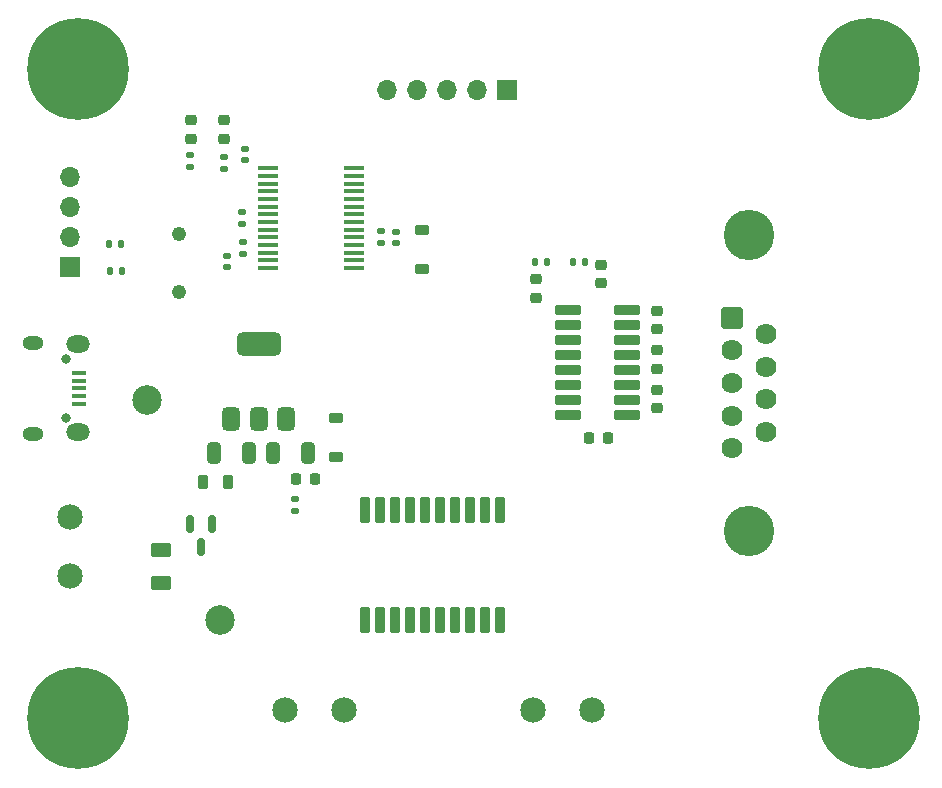
<source format=gbr>
%TF.GenerationSoftware,KiCad,Pcbnew,9.0.0*%
%TF.CreationDate,2025-05-02T19:21:32+02:00*%
%TF.ProjectId,PIC_GATE_LOCK_SYSTEM,5049435f-4741-4544-955f-4c4f434b5f53,rev?*%
%TF.SameCoordinates,Original*%
%TF.FileFunction,Soldermask,Top*%
%TF.FilePolarity,Negative*%
%FSLAX46Y46*%
G04 Gerber Fmt 4.6, Leading zero omitted, Abs format (unit mm)*
G04 Created by KiCad (PCBNEW 9.0.0) date 2025-05-02 19:21:32*
%MOMM*%
%LPD*%
G01*
G04 APERTURE LIST*
G04 Aperture macros list*
%AMRoundRect*
0 Rectangle with rounded corners*
0 $1 Rounding radius*
0 $2 $3 $4 $5 $6 $7 $8 $9 X,Y pos of 4 corners*
0 Add a 4 corners polygon primitive as box body*
4,1,4,$2,$3,$4,$5,$6,$7,$8,$9,$2,$3,0*
0 Add four circle primitives for the rounded corners*
1,1,$1+$1,$2,$3*
1,1,$1+$1,$4,$5*
1,1,$1+$1,$6,$7*
1,1,$1+$1,$8,$9*
0 Add four rect primitives between the rounded corners*
20,1,$1+$1,$2,$3,$4,$5,0*
20,1,$1+$1,$4,$5,$6,$7,0*
20,1,$1+$1,$6,$7,$8,$9,0*
20,1,$1+$1,$8,$9,$2,$3,0*%
G04 Aperture macros list end*
%ADD10RoundRect,0.201000X-0.201000X0.926000X-0.201000X-0.926000X0.201000X-0.926000X0.201000X0.926000X0*%
%ADD11RoundRect,0.225000X0.375000X-0.225000X0.375000X0.225000X-0.375000X0.225000X-0.375000X-0.225000X0*%
%ADD12R,1.700000X1.700000*%
%ADD13O,1.700000X1.700000*%
%ADD14RoundRect,0.218750X-0.256250X0.218750X-0.256250X-0.218750X0.256250X-0.218750X0.256250X0.218750X0*%
%ADD15RoundRect,0.250000X0.625000X-0.375000X0.625000X0.375000X-0.625000X0.375000X-0.625000X-0.375000X0*%
%ADD16RoundRect,0.135000X-0.135000X-0.185000X0.135000X-0.185000X0.135000X0.185000X-0.135000X0.185000X0*%
%ADD17C,2.154000*%
%ADD18RoundRect,0.135000X0.135000X0.185000X-0.135000X0.185000X-0.135000X-0.185000X0.135000X-0.185000X0*%
%ADD19RoundRect,0.140000X0.170000X-0.140000X0.170000X0.140000X-0.170000X0.140000X-0.170000X-0.140000X0*%
%ADD20RoundRect,0.102000X0.787500X-0.787500X0.787500X0.787500X-0.787500X0.787500X-0.787500X-0.787500X0*%
%ADD21C,1.779000*%
%ADD22C,4.270000*%
%ADD23C,0.900000*%
%ADD24C,8.600000*%
%ADD25RoundRect,0.135000X-0.185000X0.135000X-0.185000X-0.135000X0.185000X-0.135000X0.185000X0.135000X0*%
%ADD26RoundRect,0.250000X0.325000X0.650000X-0.325000X0.650000X-0.325000X-0.650000X0.325000X-0.650000X0*%
%ADD27RoundRect,0.140000X-0.170000X0.140000X-0.170000X-0.140000X0.170000X-0.140000X0.170000X0.140000X0*%
%ADD28RoundRect,0.250000X-0.325000X-0.650000X0.325000X-0.650000X0.325000X0.650000X-0.325000X0.650000X0*%
%ADD29RoundRect,0.218750X-0.218750X-0.381250X0.218750X-0.381250X0.218750X0.381250X-0.218750X0.381250X0*%
%ADD30RoundRect,0.150000X-0.150000X0.587500X-0.150000X-0.587500X0.150000X-0.587500X0.150000X0.587500X0*%
%ADD31R,1.655601X0.431800*%
%ADD32C,2.500000*%
%ADD33RoundRect,0.225000X0.250000X-0.225000X0.250000X0.225000X-0.250000X0.225000X-0.250000X-0.225000X0*%
%ADD34RoundRect,0.375000X0.375000X-0.625000X0.375000X0.625000X-0.375000X0.625000X-0.375000X-0.625000X0*%
%ADD35RoundRect,0.500000X1.400000X-0.500000X1.400000X0.500000X-1.400000X0.500000X-1.400000X-0.500000X0*%
%ADD36RoundRect,0.225000X-0.225000X-0.250000X0.225000X-0.250000X0.225000X0.250000X-0.225000X0.250000X0*%
%ADD37RoundRect,0.100500X0.986500X0.301500X-0.986500X0.301500X-0.986500X-0.301500X0.986500X-0.301500X0*%
%ADD38RoundRect,0.225000X-0.375000X0.225000X-0.375000X-0.225000X0.375000X-0.225000X0.375000X0.225000X0*%
%ADD39RoundRect,0.218750X-0.218750X-0.256250X0.218750X-0.256250X0.218750X0.256250X-0.218750X0.256250X0*%
%ADD40RoundRect,0.135000X0.185000X-0.135000X0.185000X0.135000X-0.185000X0.135000X-0.185000X-0.135000X0*%
%ADD41O,0.800000X0.800000*%
%ADD42R,1.300000X0.450000*%
%ADD43O,1.800000X1.150000*%
%ADD44O,2.000000X1.450000*%
%ADD45C,1.211000*%
G04 APERTURE END LIST*
D10*
%TO.C,U4*%
X140080000Y-121660000D03*
X138810000Y-121660000D03*
X137540000Y-121660000D03*
X136270000Y-121660000D03*
X135000000Y-121660000D03*
X133730000Y-121660000D03*
X132460000Y-121660000D03*
X131190000Y-121660000D03*
X129920000Y-121660000D03*
X128650000Y-121660000D03*
X128650000Y-112350000D03*
X129920000Y-112350000D03*
X131190000Y-112350000D03*
X132460000Y-112350000D03*
X133730000Y-112350000D03*
X135000000Y-112350000D03*
X136270000Y-112350000D03*
X137540000Y-112350000D03*
X138810000Y-112350000D03*
X140080000Y-112350000D03*
%TD*%
D11*
%TO.C,D1*%
X126160000Y-104580000D03*
X126160000Y-107880000D03*
%TD*%
D12*
%TO.C,J2*%
X140650000Y-76800000D03*
D13*
X138110000Y-76800000D03*
X135570000Y-76800000D03*
X133030000Y-76800000D03*
X130490000Y-76800000D03*
%TD*%
D14*
%TO.C,RXD*%
X143050000Y-92820000D03*
X143050000Y-94395000D03*
%TD*%
D15*
%TO.C,F1*%
X111345000Y-118487500D03*
X111345000Y-115687500D03*
%TD*%
D16*
%TO.C,R4*%
X106910000Y-89850000D03*
X107930000Y-89850000D03*
%TD*%
D17*
%TO.C,M2*%
X121850000Y-129250000D03*
X126850000Y-129250000D03*
%TD*%
D18*
%TO.C,R3*%
X147225000Y-91380000D03*
X146205000Y-91380000D03*
%TD*%
D19*
%TO.C,C7*%
X118415000Y-82705000D03*
X118415000Y-81745000D03*
%TD*%
D20*
%TO.C,J3*%
X159680000Y-96045000D03*
D21*
X159680000Y-98815000D03*
X159680000Y-101585000D03*
X159680000Y-104355000D03*
X159680000Y-107125000D03*
X162520000Y-97430000D03*
X162520000Y-100200000D03*
X162520000Y-102970000D03*
X162520000Y-105740000D03*
D22*
X161100000Y-114080000D03*
X161100000Y-89090000D03*
%TD*%
D17*
%TO.C,M1*%
X142850000Y-129250000D03*
X147850000Y-129250000D03*
%TD*%
D23*
%TO.C,H2*%
X101115419Y-75010419D03*
X102060000Y-72730000D03*
X102060000Y-77290838D03*
X104340419Y-71785419D03*
D24*
X104340419Y-75010419D03*
D23*
X104340419Y-78235419D03*
X106620838Y-72730000D03*
X106620838Y-77290838D03*
X107565419Y-75010419D03*
%TD*%
D25*
%TO.C,R8*%
X118275000Y-89645000D03*
X118275000Y-90665000D03*
%TD*%
D26*
%TO.C,C4*%
X123805000Y-107505000D03*
X120855000Y-107505000D03*
%TD*%
D27*
%TO.C,C9*%
X129970000Y-88740000D03*
X129970000Y-89700000D03*
%TD*%
D16*
%TO.C,R5*%
X106990000Y-92090000D03*
X108010000Y-92090000D03*
%TD*%
%TO.C,R2*%
X143025000Y-91300000D03*
X144045000Y-91300000D03*
%TD*%
D25*
%TO.C,R1*%
X122655000Y-111435000D03*
X122655000Y-112455000D03*
%TD*%
D28*
%TO.C,C5*%
X115820000Y-107545000D03*
X118770000Y-107545000D03*
%TD*%
D29*
%TO.C,FB1*%
X114897500Y-109990000D03*
X117022500Y-109990000D03*
%TD*%
D30*
%TO.C,Q1*%
X115695000Y-113557500D03*
X113795000Y-113557500D03*
X114745000Y-115432500D03*
%TD*%
D31*
%TO.C,U3*%
X120389398Y-83405001D03*
X120389398Y-84055002D03*
X120389398Y-84705001D03*
X120389398Y-85355002D03*
X120389398Y-86005000D03*
X120389398Y-86655002D03*
X120389398Y-87305000D03*
X120389398Y-87954999D03*
X120389398Y-88605000D03*
X120389398Y-89254999D03*
X120389398Y-89905000D03*
X120389398Y-90554999D03*
X120389398Y-91205000D03*
X120389398Y-91854999D03*
X127645000Y-91855001D03*
X127645000Y-91205000D03*
X127645000Y-90555001D03*
X127645000Y-89905000D03*
X127645000Y-89255002D03*
X127645000Y-88605000D03*
X127645000Y-87955002D03*
X127645000Y-87305000D03*
X127645000Y-86655002D03*
X127645000Y-86005000D03*
X127645000Y-85355002D03*
X127645000Y-84705001D03*
X127645000Y-84055002D03*
X127645000Y-83405001D03*
%TD*%
D32*
%TO.C,TP2*%
X110120000Y-102990000D03*
%TD*%
D33*
%TO.C,C1*%
X153320000Y-97040000D03*
X153320000Y-95490000D03*
%TD*%
D17*
%TO.C,12V1*%
X103650000Y-112930000D03*
X103650000Y-117930000D03*
%TD*%
D34*
%TO.C,U2*%
X117295000Y-104615000D03*
X119595000Y-104615000D03*
X121895000Y-104615000D03*
D35*
X119595000Y-98315000D03*
%TD*%
D36*
%TO.C,C2*%
X147615000Y-106270000D03*
X149165000Y-106270000D03*
%TD*%
D37*
%TO.C,U1*%
X150775000Y-104280000D03*
X150775000Y-103010000D03*
X150775000Y-101740000D03*
X150775000Y-100470000D03*
X150775000Y-99200000D03*
X150775000Y-97930000D03*
X150775000Y-96660000D03*
X150775000Y-95390000D03*
X145825000Y-95390000D03*
X145825000Y-96660000D03*
X145825000Y-97930000D03*
X145825000Y-99200000D03*
X145825000Y-100470000D03*
X145825000Y-101740000D03*
X145825000Y-103010000D03*
X145825000Y-104280000D03*
%TD*%
D14*
%TO.C,D6*%
X116695000Y-79340000D03*
X116695000Y-80915000D03*
%TD*%
D27*
%TO.C,C11*%
X116945000Y-90845000D03*
X116945000Y-91805000D03*
%TD*%
D38*
%TO.C,D7*%
X133420000Y-88650000D03*
X133420000Y-91950000D03*
%TD*%
D39*
%TO.C,D2*%
X122777500Y-109715000D03*
X124352500Y-109715000D03*
%TD*%
D40*
%TO.C,R7*%
X116695000Y-83430000D03*
X116695000Y-82410000D03*
%TD*%
D23*
%TO.C,H4*%
X168055000Y-129985000D03*
X168999581Y-127704581D03*
X168999581Y-132265419D03*
X171280000Y-126760000D03*
D24*
X171280000Y-129985000D03*
D23*
X171280000Y-133210000D03*
X173560419Y-127704581D03*
X173560419Y-132265419D03*
X174505000Y-129985000D03*
%TD*%
D33*
%TO.C,C3*%
X153295000Y-100360000D03*
X153295000Y-98810000D03*
%TD*%
D23*
%TO.C,H1*%
X168055000Y-75010419D03*
X168999581Y-72730000D03*
X168999581Y-77290838D03*
X171280000Y-71785419D03*
D24*
X171280000Y-75010419D03*
D23*
X171280000Y-78235419D03*
X173560419Y-72730000D03*
X173560419Y-77290838D03*
X174505000Y-75010419D03*
%TD*%
D40*
%TO.C,R6*%
X113805000Y-83335000D03*
X113805000Y-82315000D03*
%TD*%
D12*
%TO.C,J4*%
X103620000Y-91750000D03*
D13*
X103620000Y-89210000D03*
X103620000Y-86670000D03*
X103620000Y-84130000D03*
%TD*%
D14*
%TO.C,TXD*%
X148625000Y-91580000D03*
X148625000Y-93155000D03*
%TD*%
D32*
%TO.C,TP1*%
X116315000Y-121667500D03*
%TD*%
D41*
%TO.C,J1*%
X103255000Y-99540000D03*
X103255000Y-104540000D03*
D42*
X104355000Y-100740000D03*
X104355000Y-101390000D03*
X104355000Y-102040000D03*
X104355000Y-102690000D03*
X104355000Y-103340000D03*
D43*
X100505000Y-98165000D03*
D44*
X104305000Y-98315000D03*
X104305000Y-105765000D03*
D43*
X100505000Y-105915000D03*
%TD*%
D19*
%TO.C,C8*%
X118215000Y-88085000D03*
X118215000Y-87125000D03*
%TD*%
D27*
%TO.C,C10*%
X131220000Y-88790000D03*
X131220000Y-89750000D03*
%TD*%
D14*
%TO.C,D5*%
X113875000Y-79357500D03*
X113875000Y-80932500D03*
%TD*%
D23*
%TO.C,H3*%
X101115419Y-129985000D03*
X102060000Y-127704581D03*
X102060000Y-132265419D03*
X104340419Y-126760000D03*
D24*
X104340419Y-129985000D03*
D23*
X104340419Y-133210000D03*
X106620838Y-127704581D03*
X106620838Y-132265419D03*
X107565419Y-129985000D03*
%TD*%
D45*
%TO.C,Y1*%
X112835000Y-93867500D03*
X112835000Y-88987500D03*
%TD*%
D33*
%TO.C,C6*%
X153335000Y-103715000D03*
X153335000Y-102165000D03*
%TD*%
M02*

</source>
